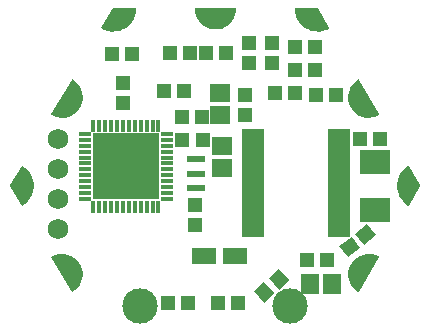
<source format=gbr>
G04 EAGLE Gerber RS-274X export*
G75*
%MOMM*%
%FSLAX34Y34*%
%LPD*%
%INSoldermask Bottom*%
%IPPOS*%
%AMOC8*
5,1,8,0,0,1.08239X$1,22.5*%
G01*
%ADD10R,1.603197X0.603200*%
%ADD11R,1.016000X0.457200*%
%ADD12R,0.457200X1.016000*%
%ADD13R,5.588000X5.588000*%
%ADD14R,1.303200X1.203200*%
%ADD15R,1.203200X1.303200*%
%ADD16R,1.703200X1.503200*%
%ADD17C,3.003200*%
%ADD18C,1.203200*%
%ADD19R,1.866900X0.635000*%
%ADD20R,2.603200X2.103200*%
%ADD21R,2.003200X1.433200*%
%ADD22R,1.503200X1.703200*%
%ADD23C,1.727200*%

G36*
X334178Y546586D02*
X334178Y546586D01*
X334226Y546586D01*
X336995Y547048D01*
X337028Y547060D01*
X337075Y547068D01*
X339731Y547980D01*
X339761Y547997D01*
X339806Y548013D01*
X342276Y549349D01*
X342302Y549371D01*
X342345Y549394D01*
X344560Y551119D01*
X344583Y551145D01*
X344621Y551175D01*
X346523Y553240D01*
X346541Y553270D01*
X346573Y553305D01*
X348109Y555656D01*
X348122Y555688D01*
X348148Y555728D01*
X349276Y558300D01*
X349283Y558333D01*
X349303Y558378D01*
X349992Y561099D01*
X349994Y561134D01*
X350006Y561181D01*
X350238Y563979D01*
X350234Y564008D01*
X350239Y564037D01*
X350223Y564106D01*
X350214Y564176D01*
X350200Y564202D01*
X350193Y564230D01*
X350151Y564287D01*
X350116Y564349D01*
X350092Y564367D01*
X350075Y564390D01*
X350014Y564426D01*
X349957Y564469D01*
X349929Y564477D01*
X349904Y564492D01*
X349806Y564508D01*
X349765Y564519D01*
X349754Y564517D01*
X349740Y564519D01*
X315740Y564519D01*
X315711Y564513D01*
X315682Y564516D01*
X315615Y564494D01*
X315545Y564480D01*
X315521Y564463D01*
X315493Y564454D01*
X315440Y564407D01*
X315381Y564367D01*
X315366Y564343D01*
X315344Y564323D01*
X315312Y564259D01*
X315274Y564200D01*
X315269Y564171D01*
X315257Y564145D01*
X315248Y564045D01*
X315241Y564003D01*
X315244Y563993D01*
X315242Y563979D01*
X315474Y561181D01*
X315484Y561147D01*
X315488Y561099D01*
X316177Y558378D01*
X316192Y558346D01*
X316204Y558300D01*
X317332Y555728D01*
X317352Y555700D01*
X317371Y555656D01*
X318907Y553305D01*
X318931Y553281D01*
X318957Y553240D01*
X320859Y551175D01*
X320887Y551154D01*
X320920Y551119D01*
X323135Y549394D01*
X323166Y549379D01*
X323204Y549349D01*
X325674Y548013D01*
X325707Y548003D01*
X325749Y547980D01*
X326840Y547605D01*
X328295Y547106D01*
X328405Y547068D01*
X328439Y547064D01*
X328485Y547048D01*
X331254Y546586D01*
X331289Y546587D01*
X331336Y546579D01*
X334144Y546579D01*
X334178Y546586D01*
G37*
G36*
X211347Y323830D02*
X211347Y323830D01*
X211418Y323827D01*
X211445Y323837D01*
X211474Y323839D01*
X211564Y323881D01*
X211604Y323896D01*
X211612Y323904D01*
X211625Y323910D01*
X213928Y325509D01*
X213952Y325535D01*
X213992Y325562D01*
X216001Y327519D01*
X216020Y327548D01*
X216055Y327581D01*
X217714Y329842D01*
X217729Y329873D01*
X217758Y329912D01*
X219022Y332415D01*
X219031Y332449D01*
X219053Y332492D01*
X219889Y335169D01*
X219892Y335203D01*
X219907Y335249D01*
X220290Y338028D01*
X220288Y338062D01*
X220294Y338110D01*
X220215Y340913D01*
X220207Y340947D01*
X220206Y340995D01*
X219667Y343747D01*
X219653Y343779D01*
X219644Y343827D01*
X218659Y346452D01*
X218644Y346477D01*
X218639Y346497D01*
X218631Y346507D01*
X218624Y346527D01*
X217220Y348955D01*
X217197Y348981D01*
X217173Y349023D01*
X215389Y351186D01*
X215362Y351208D01*
X215331Y351245D01*
X213215Y353086D01*
X213185Y353103D01*
X213149Y353135D01*
X210758Y354602D01*
X210726Y354613D01*
X210685Y354639D01*
X208086Y355692D01*
X208052Y355699D01*
X208007Y355717D01*
X205270Y356328D01*
X205235Y356329D01*
X205188Y356340D01*
X202388Y356492D01*
X202354Y356487D01*
X202306Y356490D01*
X199518Y356180D01*
X199485Y356169D01*
X199437Y356164D01*
X196739Y355399D01*
X196709Y355383D01*
X196662Y355370D01*
X194127Y354171D01*
X194103Y354154D01*
X194076Y354144D01*
X194024Y354095D01*
X193967Y354052D01*
X193953Y354027D01*
X193932Y354007D01*
X193903Y353942D01*
X193867Y353881D01*
X193864Y353852D01*
X193852Y353825D01*
X193851Y353754D01*
X193842Y353683D01*
X193850Y353655D01*
X193850Y353626D01*
X193884Y353533D01*
X193896Y353492D01*
X193903Y353483D01*
X193908Y353470D01*
X210908Y324070D01*
X210927Y324048D01*
X210940Y324022D01*
X210993Y323974D01*
X211040Y323921D01*
X211066Y323909D01*
X211088Y323889D01*
X211155Y323866D01*
X211219Y323836D01*
X211248Y323834D01*
X211276Y323825D01*
X211347Y323830D01*
G37*
G36*
X463126Y471553D02*
X463126Y471553D01*
X463174Y471550D01*
X465962Y471860D01*
X465995Y471871D01*
X466043Y471876D01*
X468741Y472641D01*
X468771Y472657D01*
X468818Y472670D01*
X471353Y473869D01*
X471377Y473886D01*
X471404Y473896D01*
X471456Y473945D01*
X471513Y473988D01*
X471527Y474013D01*
X471549Y474033D01*
X471577Y474098D01*
X471613Y474160D01*
X471616Y474188D01*
X471628Y474215D01*
X471629Y474286D01*
X471638Y474357D01*
X471630Y474385D01*
X471630Y474414D01*
X471596Y474507D01*
X471584Y474548D01*
X471577Y474557D01*
X471572Y474570D01*
X454572Y503970D01*
X454553Y503992D01*
X454540Y504018D01*
X454487Y504066D01*
X454440Y504119D01*
X454414Y504131D01*
X454392Y504151D01*
X454325Y504174D01*
X454261Y504204D01*
X454232Y504206D01*
X454204Y504215D01*
X454133Y504210D01*
X454062Y504213D01*
X454035Y504203D01*
X454006Y504201D01*
X453916Y504159D01*
X453876Y504144D01*
X453868Y504136D01*
X453855Y504130D01*
X451552Y502531D01*
X451528Y502506D01*
X451488Y502478D01*
X449479Y500521D01*
X449460Y500492D01*
X449425Y500459D01*
X447766Y498198D01*
X447751Y498167D01*
X447722Y498128D01*
X446458Y495625D01*
X446449Y495591D01*
X446427Y495548D01*
X445591Y492871D01*
X445588Y492837D01*
X445573Y492791D01*
X445190Y490012D01*
X445192Y489978D01*
X445186Y489930D01*
X445265Y487127D01*
X445273Y487093D01*
X445274Y487045D01*
X445813Y484293D01*
X445827Y484261D01*
X445836Y484213D01*
X446821Y481588D01*
X446839Y481558D01*
X446856Y481513D01*
X448260Y479085D01*
X448283Y479059D01*
X448307Y479018D01*
X450091Y476854D01*
X450118Y476832D01*
X450149Y476795D01*
X452265Y474954D01*
X452295Y474937D01*
X452331Y474906D01*
X454722Y473438D01*
X454754Y473427D01*
X454795Y473401D01*
X457394Y472348D01*
X457428Y472341D01*
X457473Y472323D01*
X460210Y471712D01*
X460245Y471711D01*
X460292Y471700D01*
X463092Y471548D01*
X463126Y471553D01*
G37*
G36*
X454166Y323831D02*
X454166Y323831D01*
X454237Y323830D01*
X454264Y323841D01*
X454293Y323845D01*
X454355Y323879D01*
X454420Y323907D01*
X454441Y323928D01*
X454466Y323942D01*
X454529Y324018D01*
X454559Y324049D01*
X454563Y324059D01*
X454572Y324070D01*
X471572Y353470D01*
X471581Y353498D01*
X471598Y353522D01*
X471613Y353591D01*
X471635Y353659D01*
X471633Y353688D01*
X471639Y353716D01*
X471626Y353786D01*
X471620Y353857D01*
X471607Y353883D01*
X471601Y353911D01*
X471561Y353970D01*
X471529Y354033D01*
X471506Y354052D01*
X471490Y354076D01*
X471408Y354133D01*
X471375Y354160D01*
X471365Y354163D01*
X471353Y354171D01*
X468818Y355370D01*
X468784Y355378D01*
X468741Y355399D01*
X466043Y356164D01*
X466008Y356166D01*
X465962Y356180D01*
X463174Y356490D01*
X463140Y356487D01*
X463092Y356492D01*
X460292Y356340D01*
X460258Y356331D01*
X460210Y356328D01*
X457473Y355717D01*
X457441Y355703D01*
X457394Y355692D01*
X454795Y354639D01*
X454766Y354620D01*
X454722Y354602D01*
X452331Y353135D01*
X452306Y353111D01*
X452265Y353086D01*
X450149Y351245D01*
X450128Y351218D01*
X450091Y351186D01*
X448307Y349023D01*
X448291Y348992D01*
X448260Y348955D01*
X446856Y346527D01*
X446845Y346494D01*
X446838Y346482D01*
X446828Y346467D01*
X446828Y346464D01*
X446821Y346452D01*
X445836Y343827D01*
X445830Y343792D01*
X445813Y343747D01*
X445274Y340995D01*
X445274Y340961D01*
X445265Y340913D01*
X445186Y338110D01*
X445192Y338076D01*
X445190Y338028D01*
X445573Y335249D01*
X445585Y335217D01*
X445591Y335169D01*
X446427Y332492D01*
X446444Y332461D01*
X446458Y332415D01*
X447722Y329912D01*
X447744Y329885D01*
X447766Y329842D01*
X449425Y327581D01*
X449451Y327558D01*
X449479Y327519D01*
X451488Y325562D01*
X451517Y325543D01*
X451552Y325509D01*
X453855Y323910D01*
X453882Y323898D01*
X453905Y323880D01*
X453973Y323859D01*
X454038Y323831D01*
X454067Y323831D01*
X454095Y323823D01*
X454166Y323831D01*
G37*
G36*
X205188Y471700D02*
X205188Y471700D01*
X205222Y471709D01*
X205270Y471712D01*
X208007Y472323D01*
X208039Y472337D01*
X208086Y472348D01*
X210685Y473401D01*
X210714Y473420D01*
X210758Y473438D01*
X213149Y474906D01*
X213174Y474929D01*
X213215Y474954D01*
X215331Y476795D01*
X215352Y476822D01*
X215389Y476854D01*
X217173Y479018D01*
X217189Y479048D01*
X217220Y479085D01*
X218624Y481513D01*
X218635Y481546D01*
X218659Y481588D01*
X219644Y484213D01*
X219650Y484248D01*
X219667Y484293D01*
X220206Y487045D01*
X220206Y487080D01*
X220215Y487127D01*
X220294Y489930D01*
X220289Y489964D01*
X220290Y490012D01*
X219907Y492791D01*
X219895Y492823D01*
X219889Y492871D01*
X219053Y495548D01*
X219036Y495579D01*
X219022Y495625D01*
X217758Y498128D01*
X217736Y498155D01*
X217714Y498198D01*
X216055Y500459D01*
X216029Y500482D01*
X216001Y500521D01*
X213992Y502478D01*
X213963Y502497D01*
X213928Y502531D01*
X211625Y504130D01*
X211598Y504142D01*
X211575Y504160D01*
X211507Y504181D01*
X211442Y504209D01*
X211413Y504209D01*
X211385Y504217D01*
X211314Y504209D01*
X211243Y504210D01*
X211216Y504199D01*
X211187Y504195D01*
X211125Y504161D01*
X211060Y504133D01*
X211039Y504112D01*
X211014Y504098D01*
X210951Y504022D01*
X210921Y503991D01*
X210917Y503981D01*
X210908Y503970D01*
X193908Y474570D01*
X193899Y474542D01*
X193882Y474518D01*
X193867Y474449D01*
X193845Y474381D01*
X193847Y474352D01*
X193841Y474324D01*
X193854Y474254D01*
X193860Y474183D01*
X193873Y474157D01*
X193879Y474129D01*
X193919Y474070D01*
X193951Y474007D01*
X193974Y473988D01*
X193990Y473964D01*
X194072Y473907D01*
X194105Y473880D01*
X194115Y473877D01*
X194127Y473869D01*
X196662Y472670D01*
X196696Y472662D01*
X196739Y472641D01*
X199437Y471876D01*
X199472Y471874D01*
X199518Y471860D01*
X202306Y471550D01*
X202340Y471553D01*
X202388Y471548D01*
X205188Y471700D01*
G37*
G36*
X496467Y397031D02*
X496467Y397031D01*
X496538Y397031D01*
X496565Y397042D01*
X496594Y397045D01*
X496656Y397080D01*
X496721Y397108D01*
X496742Y397128D01*
X496767Y397143D01*
X496830Y397220D01*
X496860Y397250D01*
X496864Y397260D01*
X496873Y397271D01*
X506373Y413771D01*
X506383Y413803D01*
X506392Y413816D01*
X506396Y413840D01*
X506397Y413844D01*
X506428Y413914D01*
X506428Y413938D01*
X506436Y413960D01*
X506430Y414036D01*
X506431Y414113D01*
X506421Y414137D01*
X506420Y414158D01*
X506399Y414197D01*
X506373Y414269D01*
X496873Y430769D01*
X496854Y430791D01*
X496841Y430817D01*
X496788Y430865D01*
X496741Y430918D01*
X496715Y430931D01*
X496694Y430950D01*
X496626Y430973D01*
X496562Y431004D01*
X496533Y431006D01*
X496506Y431015D01*
X496434Y431010D01*
X496363Y431013D01*
X496336Y431003D01*
X496307Y431001D01*
X496217Y430959D01*
X496177Y430944D01*
X496169Y430937D01*
X496156Y430931D01*
X493633Y429189D01*
X493609Y429165D01*
X493571Y429138D01*
X491359Y427014D01*
X491340Y426986D01*
X491306Y426954D01*
X489464Y424503D01*
X489450Y424472D01*
X489421Y424435D01*
X487996Y421720D01*
X487987Y421689D01*
X487971Y421664D01*
X487970Y421655D01*
X487965Y421646D01*
X486994Y418738D01*
X486990Y418704D01*
X486975Y418660D01*
X486483Y415633D01*
X486484Y415599D01*
X486476Y415553D01*
X486476Y412487D01*
X486477Y412483D01*
X486477Y412481D01*
X486483Y412454D01*
X486483Y412407D01*
X486975Y409380D01*
X486987Y409349D01*
X486994Y409302D01*
X487965Y406394D01*
X487982Y406365D01*
X487996Y406320D01*
X489421Y403605D01*
X489443Y403579D01*
X489464Y403537D01*
X491306Y401086D01*
X491331Y401063D01*
X491359Y401026D01*
X493571Y398902D01*
X493599Y398884D01*
X493633Y398851D01*
X496156Y397109D01*
X496183Y397098D01*
X496205Y397079D01*
X496274Y397059D01*
X496339Y397031D01*
X496368Y397031D01*
X496396Y397023D01*
X496467Y397031D01*
G37*
G36*
X169046Y397030D02*
X169046Y397030D01*
X169117Y397027D01*
X169144Y397037D01*
X169173Y397039D01*
X169263Y397081D01*
X169303Y397096D01*
X169311Y397103D01*
X169324Y397109D01*
X171847Y398851D01*
X171871Y398875D01*
X171909Y398902D01*
X174121Y401026D01*
X174140Y401054D01*
X174174Y401086D01*
X176016Y403537D01*
X176030Y403568D01*
X176059Y403605D01*
X177484Y406320D01*
X177493Y406353D01*
X177515Y406394D01*
X178486Y409302D01*
X178490Y409336D01*
X178505Y409380D01*
X178997Y412407D01*
X178996Y412441D01*
X179004Y412487D01*
X179004Y415553D01*
X178997Y415586D01*
X178997Y415633D01*
X178505Y418660D01*
X178493Y418691D01*
X178486Y418738D01*
X177515Y421646D01*
X177502Y421669D01*
X177496Y421694D01*
X177489Y421703D01*
X177484Y421720D01*
X176059Y424435D01*
X176037Y424461D01*
X176016Y424503D01*
X174174Y426954D01*
X174149Y426977D01*
X174121Y427014D01*
X171909Y429138D01*
X171881Y429156D01*
X171847Y429189D01*
X169324Y430931D01*
X169297Y430942D01*
X169275Y430961D01*
X169206Y430981D01*
X169141Y431009D01*
X169112Y431009D01*
X169084Y431017D01*
X169013Y431009D01*
X168942Y431010D01*
X168915Y430998D01*
X168886Y430995D01*
X168824Y430960D01*
X168759Y430932D01*
X168738Y430912D01*
X168713Y430897D01*
X168650Y430820D01*
X168620Y430790D01*
X168616Y430780D01*
X168607Y430769D01*
X159107Y414269D01*
X159083Y414196D01*
X159052Y414126D01*
X159052Y414102D01*
X159044Y414080D01*
X159051Y414004D01*
X159050Y413927D01*
X159059Y413903D01*
X159060Y413882D01*
X159081Y413843D01*
X159100Y413791D01*
X159101Y413785D01*
X159103Y413783D01*
X159107Y413771D01*
X168607Y397271D01*
X168626Y397249D01*
X168639Y397223D01*
X168692Y397175D01*
X168739Y397122D01*
X168765Y397109D01*
X168787Y397090D01*
X168854Y397067D01*
X168918Y397036D01*
X168947Y397035D01*
X168974Y397025D01*
X169046Y397030D01*
G37*
G36*
X420109Y544505D02*
X420109Y544505D01*
X420156Y544503D01*
X423194Y544868D01*
X423226Y544879D01*
X423272Y544884D01*
X426212Y545732D01*
X426242Y545748D01*
X426288Y545760D01*
X429054Y547069D01*
X429076Y547086D01*
X429103Y547096D01*
X429155Y547145D01*
X429213Y547188D01*
X429227Y547213D01*
X429248Y547232D01*
X429277Y547298D01*
X429313Y547360D01*
X429316Y547388D01*
X429328Y547414D01*
X429329Y547486D01*
X429338Y547557D01*
X429330Y547584D01*
X429331Y547613D01*
X429295Y547708D01*
X429284Y547748D01*
X429277Y547757D01*
X429273Y547769D01*
X419773Y564269D01*
X419721Y564328D01*
X419675Y564390D01*
X419656Y564401D01*
X419641Y564418D01*
X419571Y564452D01*
X419504Y564492D01*
X419480Y564496D01*
X419462Y564504D01*
X419417Y564506D01*
X419340Y564519D01*
X400340Y564519D01*
X400312Y564514D01*
X400284Y564516D01*
X400216Y564494D01*
X400145Y564480D01*
X400122Y564464D01*
X400095Y564455D01*
X400040Y564408D01*
X399981Y564367D01*
X399966Y564343D01*
X399945Y564325D01*
X399913Y564260D01*
X399874Y564200D01*
X399869Y564172D01*
X399857Y564146D01*
X399848Y564045D01*
X399841Y564003D01*
X399843Y563993D01*
X399842Y563980D01*
X400085Y560930D01*
X400094Y560898D01*
X400098Y560851D01*
X400826Y557879D01*
X400841Y557848D01*
X400852Y557803D01*
X402048Y554986D01*
X402067Y554958D01*
X402085Y554915D01*
X403717Y552327D01*
X403741Y552303D01*
X403765Y552263D01*
X405792Y549970D01*
X405819Y549950D01*
X405850Y549914D01*
X408218Y547976D01*
X408248Y547960D01*
X408284Y547931D01*
X410932Y546398D01*
X410964Y546387D01*
X411004Y546363D01*
X413864Y545275D01*
X413897Y545269D01*
X413941Y545252D01*
X416938Y544636D01*
X416972Y544636D01*
X417018Y544627D01*
X420075Y544500D01*
X420109Y544505D01*
G37*
G36*
X248462Y544627D02*
X248462Y544627D01*
X248495Y544635D01*
X248542Y544636D01*
X251539Y545252D01*
X251570Y545265D01*
X251616Y545275D01*
X254476Y546363D01*
X254505Y546381D01*
X254548Y546398D01*
X257196Y547931D01*
X257222Y547953D01*
X257263Y547976D01*
X259630Y549914D01*
X259652Y549941D01*
X259688Y549970D01*
X261715Y552263D01*
X261732Y552292D01*
X261763Y552327D01*
X263395Y554915D01*
X263407Y554947D01*
X263432Y554986D01*
X264628Y557803D01*
X264635Y557836D01*
X264654Y557879D01*
X265382Y560851D01*
X265384Y560885D01*
X265395Y560930D01*
X265638Y563980D01*
X265634Y564009D01*
X265639Y564037D01*
X265622Y564106D01*
X265614Y564178D01*
X265600Y564202D01*
X265593Y564230D01*
X265550Y564288D01*
X265515Y564350D01*
X265492Y564367D01*
X265475Y564390D01*
X265413Y564427D01*
X265356Y564470D01*
X265328Y564477D01*
X265304Y564492D01*
X265204Y564508D01*
X265163Y564519D01*
X265153Y564517D01*
X265140Y564519D01*
X246140Y564519D01*
X246064Y564504D01*
X245986Y564495D01*
X245967Y564484D01*
X245945Y564480D01*
X245881Y564436D01*
X245813Y564397D01*
X245797Y564378D01*
X245781Y564367D01*
X245757Y564329D01*
X245707Y564269D01*
X236207Y547769D01*
X236198Y547742D01*
X236182Y547718D01*
X236167Y547648D01*
X236144Y547580D01*
X236147Y547552D01*
X236141Y547524D01*
X236155Y547454D01*
X236160Y547382D01*
X236173Y547357D01*
X236179Y547329D01*
X236219Y547269D01*
X236252Y547206D01*
X236274Y547188D01*
X236290Y547164D01*
X236373Y547106D01*
X236405Y547079D01*
X236416Y547076D01*
X236427Y547069D01*
X239193Y545760D01*
X239226Y545752D01*
X239268Y545732D01*
X242208Y544884D01*
X242242Y544881D01*
X242286Y544868D01*
X245324Y544503D01*
X245358Y544506D01*
X245405Y544500D01*
X248462Y544627D01*
G37*
D10*
X315921Y412283D03*
X315921Y424283D03*
X315921Y436283D03*
D11*
X291560Y457942D03*
X291560Y452941D03*
X291560Y447939D03*
X291560Y442938D03*
X291560Y437937D03*
X291560Y432936D03*
X291560Y427934D03*
X291560Y422933D03*
X291560Y417932D03*
X291560Y412931D03*
X291560Y407929D03*
X291560Y402928D03*
D12*
X284523Y395891D03*
X279522Y395891D03*
X274520Y395891D03*
X269519Y395891D03*
X264518Y395891D03*
X259517Y395891D03*
X254515Y395891D03*
X249514Y395891D03*
X244513Y395891D03*
X239512Y395891D03*
X234510Y395891D03*
X229509Y395891D03*
D11*
X222472Y402928D03*
X222472Y407929D03*
X222472Y412931D03*
X222472Y417932D03*
X222472Y422933D03*
X222472Y427934D03*
X222472Y432936D03*
X222472Y437937D03*
X222472Y442938D03*
X222472Y447939D03*
X222472Y452941D03*
X222472Y457942D03*
D12*
X229509Y464979D03*
X234510Y464979D03*
X239512Y464979D03*
X244513Y464979D03*
X249514Y464979D03*
X254515Y464979D03*
X259517Y464979D03*
X264518Y464979D03*
X269519Y464979D03*
X274520Y464979D03*
X279522Y464979D03*
X284523Y464979D03*
D13*
X257016Y430435D03*
D14*
X254539Y483891D03*
X254539Y500891D03*
D15*
X315414Y397497D03*
X315414Y380497D03*
D14*
X304062Y471820D03*
X321062Y471820D03*
X304858Y452562D03*
X321858Y452562D03*
D16*
X336879Y492814D03*
X336879Y473814D03*
X338550Y447824D03*
X338550Y428824D03*
D17*
X395986Y311912D03*
X268986Y311912D03*
D18*
X167540Y414020D03*
X250140Y557120D03*
X415340Y557120D03*
X497940Y414020D03*
X208840Y342520D03*
X210428Y485520D03*
X332740Y557120D03*
X456640Y485520D03*
X456640Y342520D03*
D19*
X364554Y374278D03*
X364554Y380778D03*
X364554Y387278D03*
X364554Y393778D03*
X364554Y400278D03*
X364554Y406778D03*
X364554Y413278D03*
X364554Y419778D03*
X364554Y426278D03*
X364554Y432778D03*
X364554Y439278D03*
X364554Y445778D03*
X364554Y452278D03*
X364554Y458778D03*
X437070Y458778D03*
X437070Y452278D03*
X437070Y445778D03*
X437070Y439278D03*
X437070Y432778D03*
X437070Y426278D03*
X437070Y419778D03*
X437070Y413278D03*
X437070Y406778D03*
X437070Y400278D03*
X437070Y393778D03*
X437070Y387278D03*
X437070Y380778D03*
X437070Y374278D03*
D20*
X468059Y434139D03*
X468059Y393139D03*
D15*
X400281Y531813D03*
X417281Y531813D03*
D21*
X349650Y354806D03*
X323450Y354806D03*
D14*
X472050Y453231D03*
X455050Y453231D03*
X410600Y350838D03*
X427600Y350838D03*
X417744Y490538D03*
X434744Y490538D03*
D22*
X412775Y330994D03*
X431775Y330994D03*
D15*
X381000Y534756D03*
X381000Y517756D03*
X399819Y492919D03*
X382819Y492919D03*
X400281Y511969D03*
X417281Y511969D03*
D14*
X361156Y517756D03*
X361156Y534756D03*
D15*
X245500Y525463D03*
X262500Y525463D03*
X341875Y526256D03*
X324875Y526256D03*
X310919Y526256D03*
X293919Y526256D03*
D14*
X306156Y494506D03*
X289156Y494506D03*
X357981Y474100D03*
X357981Y491100D03*
D15*
X309331Y315119D03*
X292331Y315119D03*
G36*
X382629Y322867D02*
X373577Y314942D01*
X364993Y324747D01*
X374045Y332672D01*
X382629Y322867D01*
G37*
G36*
X395420Y334065D02*
X386368Y326140D01*
X377784Y335945D01*
X386836Y343870D01*
X395420Y334065D01*
G37*
X352194Y315119D03*
X335194Y315119D03*
D14*
G36*
X451113Y373475D02*
X461409Y381463D01*
X468783Y371957D01*
X458487Y363969D01*
X451113Y373475D01*
G37*
G36*
X437680Y363056D02*
X447976Y371044D01*
X455350Y361538D01*
X445054Y353550D01*
X437680Y363056D01*
G37*
D23*
X199231Y453231D03*
X199231Y427831D03*
X199231Y402431D03*
X199231Y377031D03*
M02*

</source>
